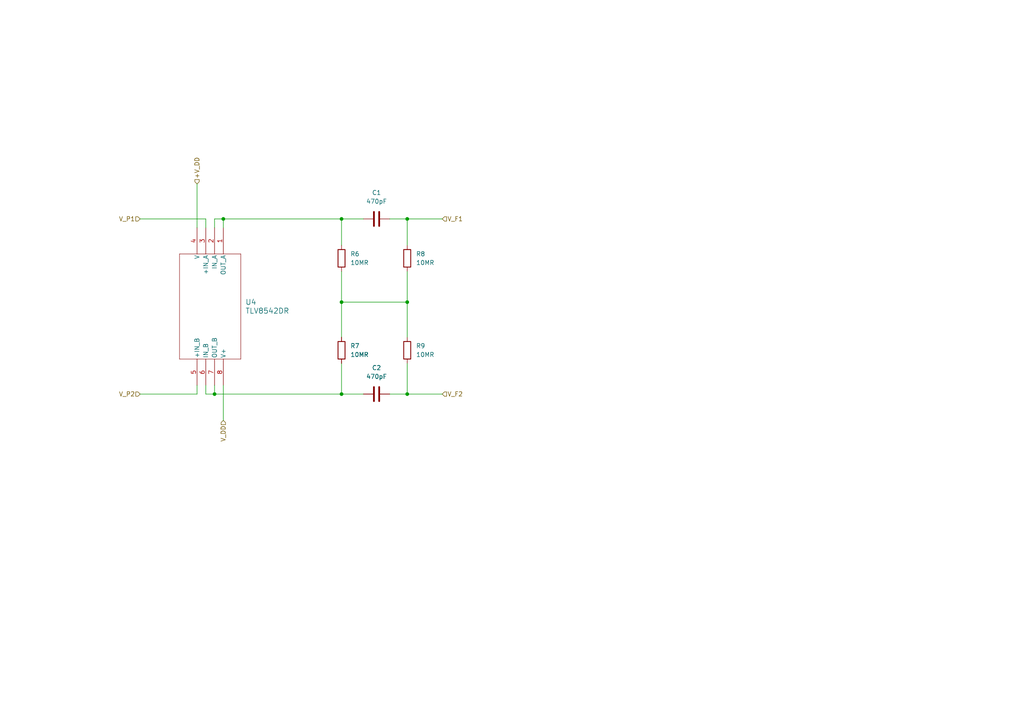
<source format=kicad_sch>
(kicad_sch (version 20231120) (generator "eeschema") (generator_version "8.0")
  (paper "A4")
  (lib_symbols
    (symbol "Device:C" (pin_numbers hide) (pin_names (offset 0.254))
      (property "Reference" "C" (at 0.635 2.54 0))
      (property "Value" "C" (at 0.635 -2.54 0))
      (symbol "C_0_1"
        (polyline (pts (xy -2.032 -0.762) (xy 2.032 -0.762)) (stroke (width 0.508)))
        (polyline (pts (xy -2.032 0.762) (xy 2.032 0.762)) (stroke (width 0.508)))
      )
      (symbol "C_1_1"
        (pin passive line (at 0 3.81 270) (length 2.794) (name "~") (number "1"))
        (pin passive line (at 0 -3.81 90) (length 2.794) (name "~") (number "2"))
      )
    )
    (symbol "Device:R" (pin_numbers hide) (pin_names (offset 0))
      (property "Reference" "R" (at 2.032 0 90))
      (property "Value" "R" (at 0 0 90))
      (symbol "R_0_1"
        (rectangle (start -1.016 -2.54) (end 1.016 2.54) (stroke (width 0.254)))
      )
      (symbol "R_1_1"
        (pin passive line (at 0 3.81 270) (length 1.27) (name "~") (number "1"))
        (pin passive line (at 0 -3.81 90) (length 1.27) (name "~") (number "2"))
      )
    )
    (symbol "TLV8542DR:TLV8542DR" (pin_names (offset 0.254))
      (property "Reference" "U" (at 22.86 10.16 0))
      (property "Value" "TLV8542DR" (at 22.86 7.62 0))
      (symbol "TLV8542DR_0_1"
        (polyline (pts (xy 7.62 -12.7) (xy 38.1 -12.7)) (stroke (width 0.127)))
        (polyline (pts (xy 7.62 5.08) (xy 7.62 -12.7)) (stroke (width 0.127)))
        (polyline (pts (xy 38.1 -12.7) (xy 38.1 5.08)) (stroke (width 0.127)))
        (polyline (pts (xy 38.1 5.08) (xy 7.62 5.08)) (stroke (width 0.127)))
        (pin output line (at 0 0 0) (length 7.62) (name "OUT_A") (number "1"))
        (pin unspecified line (at 0 -2.54 0) (length 7.62) (name "IN_A") (number "2"))
        (pin input line (at 0 -5.08 0) (length 7.62) (name "+IN_A") (number "3"))
        (pin unspecified line (at 0 -7.62 0) (length 7.62) (name "V") (number "4"))
        (pin input line (at 45.72 -7.62 180) (length 7.62) (name "+IN_B") (number "5"))
        (pin unspecified line (at 45.72 -5.08 180) (length 7.62) (name "IN_B") (number "6"))
        (pin output line (at 45.72 -2.54 180) (length 7.62) (name "OUT_B") (number "7"))
        (pin power_in line (at 45.72 0 180) (length 7.62) (name "V+") (number "8"))
      )
    )
  )
  (junction (at 118.11 63.5))
  (junction (at 62.23 114.3))
  (junction (at 99.06 114.3))
  (junction (at 99.06 63.5))
  (junction (at 64.77 63.5))
  (junction (at 99.06 87.63))
  (junction (at 118.11 87.63))
  (junction (at 118.11 114.3))
  (wire (pts (xy 59.69 114.3) (xy 59.69 111.76)))
  (wire (pts (xy 113.03 63.5) (xy 118.11 63.5)))
  (wire (pts (xy 64.77 111.76) (xy 64.77 121.92)))
  (wire (pts (xy 99.06 78.74) (xy 99.06 87.63)))
  (wire (pts (xy 118.11 63.5) (xy 128.27 63.5)))
  (wire (pts (xy 59.69 63.5) (xy 59.69 66.04)))
  (wire (pts (xy 62.23 63.5) (xy 62.23 66.04)))
  (wire (pts (xy 64.77 63.5) (xy 99.06 63.5)))
  (wire (pts (xy 99.06 114.3) (xy 105.41 114.3)))
  (wire (pts (xy 64.77 66.04) (xy 64.77 63.5)))
  (wire (pts (xy 99.06 63.5) (xy 105.41 63.5)))
  (wire (pts (xy 99.06 63.5) (xy 99.06 71.12)))
  (wire (pts (xy 40.64 63.5) (xy 59.69 63.5)))
  (wire (pts (xy 99.06 87.63) (xy 99.06 97.79)))
  (wire (pts (xy 113.03 114.3) (xy 118.11 114.3)))
  (wire (pts (xy 118.11 114.3) (xy 128.27 114.3)))
  (wire (pts (xy 118.11 63.5) (xy 118.11 71.12)))
  (wire (pts (xy 62.23 114.3) (xy 59.69 114.3)))
  (wire (pts (xy 64.77 63.5) (xy 62.23 63.5)))
  (wire (pts (xy 40.64 114.3) (xy 57.15 114.3)))
  (wire (pts (xy 118.11 78.74) (xy 118.11 87.63)))
  (wire (pts (xy 118.11 105.41) (xy 118.11 114.3)))
  (wire (pts (xy 118.11 87.63) (xy 118.11 97.79)))
  (wire (pts (xy 99.06 87.63) (xy 118.11 87.63)))
  (wire (pts (xy 57.15 114.3) (xy 57.15 111.76)))
  (wire (pts (xy 99.06 105.41) (xy 99.06 114.3)))
  (wire (pts (xy 62.23 114.3) (xy 99.06 114.3)))
  (wire (pts (xy 62.23 111.76) (xy 62.23 114.3)))
  (wire (pts (xy 57.15 53.34) (xy 57.15 66.04)))
  (hierarchical_label "V_F2" (shape input) (at 128.27 114.3 0))
  (hierarchical_label "V_P1" (shape input) (at 40.64 63.5 180))
  (hierarchical_label "V_DD" (shape input) (at 64.77 121.92 270))
  (hierarchical_label "+V_DD" (shape input) (at 57.15 53.34 90))
  (hierarchical_label "V_P2" (shape input) (at 40.64 114.3 180))
  (hierarchical_label "V_F1" (shape input) (at 128.27 63.5 0))
  (symbol (lib_id "TLV8542DR:TLV8542DR") (at 64.77 66.04 270) (unit 1)
    (property "Reference" "U4" (at 71.12 87.6299 90) (effects (font (size 1.524 1.524)) (justify left)))
    (property "Value" "TLV8542DR" (at 71.12 90.1699 90) (effects (font (size 1.524 1.524)) (justify left)))
    (property "Footprint" "TLV8542DR_footprints:RUG8_TEX" (effects (hide yes)))
    (property "Datasheet" "TLV8542DR" (effects (hide yes)))
  )
  (symbol (lib_id "Device:R") (at 118.11 101.6 0) (unit 1)
    (property "Reference" "R9" (at 120.65 100.3299 0) (effects (justify left)))
    (property "Value" "10MR" (at 120.65 102.8699 0) (effects (justify left)))
    (property "Footprint" "Resistor_SMD:R_0402_1005Metric" (effects (hide yes)))
    (property "Description" "Resistor" (effects (hide yes)))
  )
  (symbol (lib_id "Device:C") (at 109.22 63.5 90) (unit 1)
    (property "Reference" "C1" (at 109.22 55.88 90))
    (property "Value" "470pF" (at 109.22 58.42 90))
    (property "Footprint" "Capacitor_SMD:C_0603_1608Metric" (effects (hide yes)))
    (property "Description" "Unpolarized capacitor" (effects (hide yes)))
  )
  (symbol (lib_id "Device:R") (at 99.06 101.6 0) (unit 1)
    (property "Reference" "R7" (at 101.6 100.3299 0) (effects (justify left)))
    (property "Value" "10MR" (at 101.6 102.8699 0) (effects (justify left)))
    (property "Footprint" "Resistor_SMD:R_0402_1005Metric" (effects (hide yes)))
    (property "Description" "Resistor" (effects (hide yes)))
  )
  (symbol (lib_id "Device:C") (at 109.22 114.3 90) (unit 1)
    (property "Reference" "C2" (at 109.22 106.68 90))
    (property "Value" "470pF" (at 109.22 109.22 90))
    (property "Footprint" "Capacitor_SMD:C_0603_1608Metric" (effects (hide yes)))
    (property "Description" "Unpolarized capacitor" (effects (hide yes)))
  )
  (symbol (lib_id "Device:R") (at 99.06 74.93 0) (unit 1)
    (property "Reference" "R6" (at 101.6 73.6599 0) (effects (justify left)))
    (property "Value" "10MR" (at 101.6 76.1999 0) (effects (justify left)))
    (property "Footprint" "Resistor_SMD:R_0402_1005Metric" (effects (hide yes)))
    (property "Description" "Resistor" (effects (hide yes)))
  )
  (symbol (lib_id "Device:R") (at 118.11 74.93 0) (unit 1)
    (property "Reference" "R8" (at 120.65 73.6599 0) (effects (justify left)))
    (property "Value" "10MR" (at 120.65 76.1999 0) (effects (justify left)))
    (property "Footprint" "Resistor_SMD:R_0402_1005Metric" (effects (hide yes)))
    (property "Description" "Resistor" (effects (hide yes)))
  )
)
</source>
